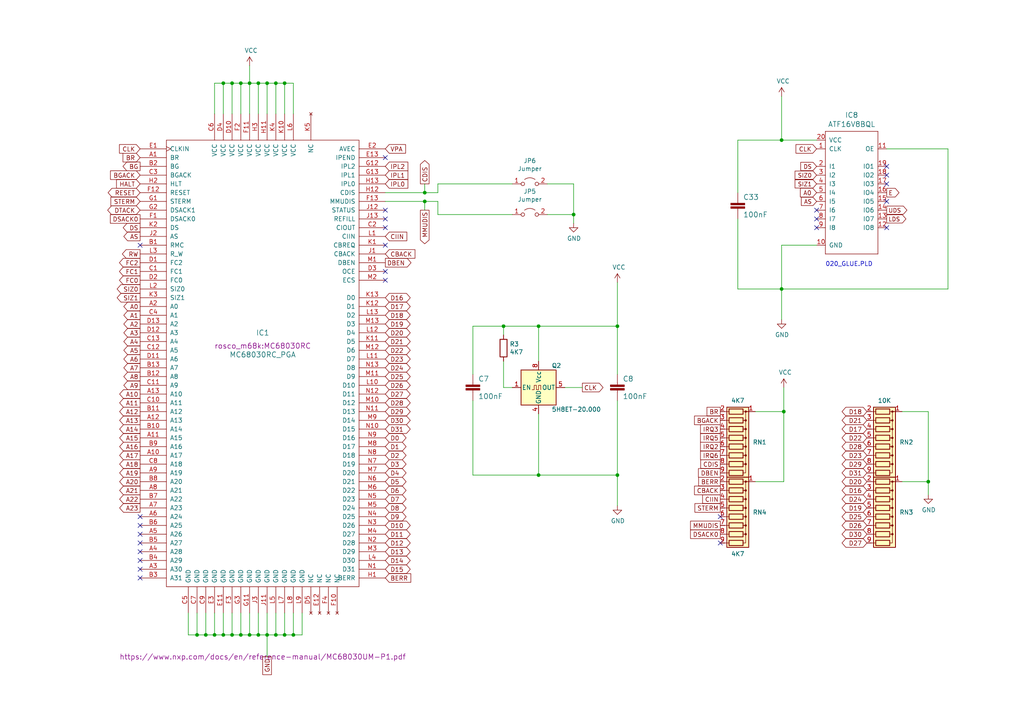
<source format=kicad_sch>
(kicad_sch (version 20230121) (generator eeschema)
  (paper "A4")
  (title_block (title "ROSCO_M68K CLASSIC MC68030 EDITION") (date "2023-12-05") (rev "2.0") (company "The Really Old-School Company Limited") (comment 1 "OSHWA UK000006 (https://certification.oshwa.org/uk000006.html)") (comment 2 "See https://github.com/roscopeco/rosco_m68k/blob/master/LICENCE.hardware.txt") (comment 3 "Open Source Hardware licenced under CERN Open Hardware Licence") (comment 4 "Copyright 2019-2023 Ross Bamford and Contributors"))
  (lib_symbols
    (symbol "Device:R" (pin_numbers hide) (pin_names (offset 0))
      (property "Reference" "R" (at 2.032 0 90))
      (property "Value" "R" (at 0 0 90))
      (symbol "R_0_1"
        (rectangle (start -1.016 -2.54) (end 1.016 2.54) (stroke (width 0.254)))
      )
      (symbol "R_1_1"
        (pin passive line (at 0 3.81 270) (length 1.27) (name "~") (number "1"))
        (pin passive line (at 0 -3.81 90) (length 1.27) (name "~") (number "2"))
      )
    )
    (symbol "Device:R_Network08" (pin_names (offset 0) hide)
      (property "Reference" "RN" (at -12.7 0 90))
      (property "Value" "R_Network08" (at 10.16 0 90))
      (symbol "R_Network08_0_1"
        (rectangle (start -11.43 -3.175) (end 8.89 3.175) (stroke (width 0.254)) (fill (type background)))
        (rectangle (start -10.922 1.524) (end -9.398 -2.54) (stroke (width 0.254)))
        (circle (center -10.16 2.286) (radius 0.254) (fill (type outline)))
        (rectangle (start -8.382 1.524) (end -6.858 -2.54) (stroke (width 0.254)))
        (circle (center -7.62 2.286) (radius 0.254) (fill (type outline)))
        (rectangle (start -5.842 1.524) (end -4.318 -2.54) (stroke (width 0.254)))
        (circle (center -5.08 2.286) (radius 0.254) (fill (type outline)))
        (rectangle (start -3.302 1.524) (end -1.778 -2.54) (stroke (width 0.254)))
        (circle (center -2.54 2.286) (radius 0.254) (fill (type outline)))
        (rectangle (start -0.762 1.524) (end 0.762 -2.54) (stroke (width 0.254)))
        (polyline (pts (xy -10.16 -2.54) (xy -10.16 -3.81)))
        (polyline (pts (xy -7.62 -2.54) (xy -7.62 -3.81)))
        (polyline (pts (xy -5.08 -2.54) (xy -5.08 -3.81)))
        (polyline (pts (xy -2.54 -2.54) (xy -2.54 -3.81)))
        (polyline (pts (xy 0 -2.54) (xy 0 -3.81)))
        (polyline (pts (xy 2.54 -2.54) (xy 2.54 -3.81)))
        (polyline (pts (xy 5.08 -2.54) (xy 5.08 -3.81)))
        (polyline (pts (xy 7.62 -2.54) (xy 7.62 -3.81)))
        (polyline (pts (xy -10.16 1.524) (xy -10.16 2.286) (xy -7.62 2.286) (xy -7.62 1.524)))
        (polyline (pts (xy -7.62 1.524) (xy -7.62 2.286) (xy -5.08 2.286) (xy -5.08 1.524)))
        (polyline (pts (xy -5.08 1.524) (xy -5.08 2.286) (xy -2.54 2.286) (xy -2.54 1.524)))
        (polyline (pts (xy -2.54 1.524) (xy -2.54 2.286) (xy 0 2.286) (xy 0 1.524)))
        (polyline (pts (xy 0 1.524) (xy 0 2.286) (xy 2.54 2.286) (xy 2.54 1.524)))
        (polyline (pts (xy 2.54 1.524) (xy 2.54 2.286) (xy 5.08 2.286) (xy 5.08 1.524)))
        (polyline (pts (xy 5.08 1.524) (xy 5.08 2.286) (xy 7.62 2.286) (xy 7.62 1.524)))
        (circle (center 0 2.286) (radius 0.254) (fill (type outline)))
        (rectangle (start 1.778 1.524) (end 3.302 -2.54) (stroke (width 0.254)))
        (circle (center 2.54 2.286) (radius 0.254) (fill (type outline)))
        (rectangle (start 4.318 1.524) (end 5.842 -2.54) (stroke (width 0.254)))
        (circle (center 5.08 2.286) (radius 0.254) (fill (type outline)))
        (rectangle (start 6.858 1.524) (end 8.382 -2.54) (stroke (width 0.254)))
      )
      (symbol "R_Network08_1_1"
        (pin passive line (at -10.16 5.08 270) (length 2.54) (name "common") (number "1"))
        (pin passive line (at -10.16 -5.08 90) (length 1.27) (name "R1") (number "2"))
        (pin passive line (at -7.62 -5.08 90) (length 1.27) (name "R2") (number "3"))
        (pin passive line (at -5.08 -5.08 90) (length 1.27) (name "R3") (number "4"))
        (pin passive line (at -2.54 -5.08 90) (length 1.27) (name "R4") (number "5"))
        (pin passive line (at 0 -5.08 90) (length 1.27) (name "R5") (number "6"))
        (pin passive line (at 2.54 -5.08 90) (length 1.27) (name "R6") (number "7"))
        (pin passive line (at 5.08 -5.08 90) (length 1.27) (name "R7") (number "8"))
        (pin passive line (at 7.62 -5.08 90) (length 1.27) (name "R8") (number "9"))
      )
    )
    (symbol "Jumper:Jumper_2_Open" (pin_names (offset 0) hide)
      (property "Reference" "JP" (at 0 2.794 0))
      (property "Value" "Jumper_2_Open" (at 0 -2.286 0))
      (symbol "Jumper_2_Open_0_0"
        (circle (center -2.032 0) (radius 0.508))
        (circle (center 2.032 0) (radius 0.508))
      )
      (symbol "Jumper_2_Open_0_1"
        (arc (start 1.524 1.27) (mid 0 1.778) (end -1.524 1.27))
      )
      (symbol "Jumper_2_Open_1_1"
        (pin passive line (at -5.08 0 0) (length 2.54) (name "A") (number "1"))
        (pin passive line (at 5.08 0 180) (length 2.54) (name "B") (number "2"))
      )
    )
    (symbol "Oscillator:CXO_DIP8" (pin_names (offset 0.254))
      (property "Reference" "X" (at -5.08 6.35 0))
      (property "Value" "CXO_DIP8" (at 1.27 -6.35 0))
      (symbol "CXO_DIP8_0_1"
        (rectangle (start -5.08 5.08) (end 5.08 -5.08) (stroke (width 0.254)) (fill (type background)))
        (polyline (pts (xy -1.905 -0.635) (xy -1.27 -0.635) (xy -1.27 0.635) (xy -0.635 0.635) (xy -0.635 -0.635) (xy 0 -0.635) (xy 0 0.635) (xy 0.635 0.635) (xy 0.635 -0.635)))
      )
      (symbol "CXO_DIP8_1_1"
        (pin input line (at -7.62 0 0) (length 2.54) (name "EN") (number "1"))
        (pin power_in line (at 0 -7.62 90) (length 2.54) (name "GND") (number "4"))
        (pin output line (at 7.62 0 180) (length 2.54) (name "OUT") (number "5"))
        (pin power_in line (at 0 7.62 270) (length 2.54) (name "Vcc") (number "8"))
      )
    )
    (symbol "power:GND" (power) (pin_names (offset 0))
      (property "Value" "GND" (at 0 -3.81 0))
      (symbol "GND_0_1"
        (polyline (pts (xy 0 0) (xy 0 -1.27) (xy 1.27 -1.27) (xy 0 -2.54) (xy -1.27 -1.27) (xy 0 -1.27)))
      )
      (symbol "GND_1_1"
        (pin power_in line (at 0 0 270) (length 0) hide (name "GND") (number "1"))
      )
    )
    (symbol "power:VCC" (power) (pin_names (offset 0))
      (property "Value" "VCC" (at 0 3.81 0))
      (symbol "VCC_0_1"
        (polyline (pts (xy -0.762 1.27) (xy 0 2.54)))
        (polyline (pts (xy 0 0) (xy 0 2.54)))
        (polyline (pts (xy 0 2.54) (xy 0.762 1.27)))
      )
      (symbol "VCC_1_1"
        (pin power_in line (at 0 0 90) (length 0) hide (name "VCC") (number "1"))
      )
    )
    (symbol "rosco_m68k-eagle-import:ATF16V8BP3" (pin_names (offset 1.016))
      (property "Reference" "IC" (at -7.62 19.05 0))
      (property "Value" "ATF16V8BP3" (at -7.62 -20.32 0))
      (symbol "ATF16V8BP3_1_0"
        (polyline (pts (xy -7.62 -17.78) (xy -7.62 17.78)))
        (polyline (pts (xy -7.62 17.78) (xy 7.62 17.78)))
        (polyline (pts (xy 7.62 -17.78) (xy -7.62 -17.78)))
        (polyline (pts (xy 7.62 17.78) (xy 7.62 -17.78)))
        (pin input line (at -10.16 12.7 0) (length 2.54) (name "CLK") (number "1"))
        (pin power_in line (at -10.16 -15.24 0) (length 2.54) (name "GND") (number "10"))
        (pin input line (at 10.16 12.7 180) (length 2.54) (name "OE") (number "11"))
        (pin bidirectional line (at 10.16 -10.16 180) (length 2.54) (name "IO8") (number "12"))
        (pin bidirectional line (at 10.16 -7.62 180) (length 2.54) (name "IO7") (number "13"))
        (pin bidirectional line (at 10.16 -5.08 180) (length 2.54) (name "IO6") (number "14"))
        (pin bidirectional line (at 10.16 -2.54 180) (length 2.54) (name "IO5") (number "15"))
        (pin bidirectional line (at 10.16 0 180) (length 2.54) (name "IO4") (number "16"))
        (pin bidirectional line (at 10.16 2.54 180) (length 2.54) (name "IO3") (number "17"))
        (pin bidirectional line (at 10.16 5.08 180) (length 2.54) (name "IO2") (number "18"))
        (pin bidirectional line (at 10.16 7.62 180) (length 2.54) (name "IO1") (number "19"))
        (pin input line (at -10.16 7.62 0) (length 2.54) (name "I1") (number "2"))
        (pin power_in line (at -10.16 15.24 0) (length 2.54) (name "VCC") (number "20"))
        (pin input line (at -10.16 5.08 0) (length 2.54) (name "I2") (number "3"))
        (pin input line (at -10.16 2.54 0) (length 2.54) (name "I3") (number "4"))
        (pin input line (at -10.16 0 0) (length 2.54) (name "I4") (number "5"))
        (pin input line (at -10.16 -2.54 0) (length 2.54) (name "I5") (number "6"))
        (pin input line (at -10.16 -5.08 0) (length 2.54) (name "I6") (number "7"))
        (pin input line (at -10.16 -7.62 0) (length 2.54) (name "I7") (number "8"))
        (pin input line (at -10.16 -10.16 0) (length 2.54) (name "I8") (number "9"))
      )
    )
    (symbol "rosco_m68k-eagle-import:C2,5-3" (pin_names (offset 1.016))
      (property "Reference" "C" (at 1.524 0.381 0))
      (property "Value" "C2,5-3" (at 1.524 -4.699 0))
      (symbol "C2,5-3_1_0"
        (rectangle (start -2.032 -2.032) (end 2.032 -1.524) (fill (type outline)))
        (rectangle (start -2.032 -1.016) (end 2.032 -0.508) (fill (type outline)))
        (polyline (pts (xy 0 -2.54) (xy 0 -2.032)))
        (polyline (pts (xy 0 0) (xy 0 -0.508)))
        (pin passive line (at 0 2.54 270) (length 2.54) (name "1") (number "1"))
        (pin passive line (at 0 -5.08 90) (length 2.54) (name "2") (number "2"))
      )
    )
    (symbol "rosco_m68k:MC68030RC_PGA" (pin_names (offset 1.016))
      (property "Reference" "U" (at 0 0 0))
      (property "Value" "MC68030RC_PGA" (at 0 2.54 0))
      (symbol "MC68030RC_PGA_0_1"
        (rectangle (start -27.94 59.69) (end 27.94 -69.85))
      )
      (symbol "MC68030RC_PGA_1_1"
        (pin input line (at -35.56 54.61 0) (length 7.62) (name "BR") (number "A1"))
        (pin tri_state line (at -35.56 -31.75 0) (length 7.62) (name "A17") (number "A10"))
        (pin tri_state line (at -35.56 -26.67 0) (length 7.62) (name "A15") (number "A11"))
        (pin tri_state line (at -35.56 -21.59 0) (length 7.62) (name "A13") (number "A12"))
        (pin tri_state line (at -35.56 -13.97 0) (length 7.62) (name "A10") (number "A13"))
        (pin tri_state line (at -35.56 11.43 0) (length 7.62) (name "A0") (number "A2"))
        (pin tri_state line (at -35.56 -64.77 0) (length 7.62) (name "A30") (number "A3"))
        (pin tri_state line (at -35.56 -59.69 0) (length 7.62) (name "A28") (number "A4"))
        (pin tri_state line (at -35.56 -54.61 0) (length 7.62) (name "A26") (number "A5"))
        (pin tri_state line (at -35.56 -49.53 0) (length 7.62) (name "A24") (number "A6"))
        (pin tri_state line (at -35.56 -46.99 0) (length 7.62) (name "A23") (number "A7"))
        (pin tri_state line (at -35.56 -41.91 0) (length 7.62) (name "A21") (number "A8"))
        (pin tri_state line (at -35.56 -36.83 0) (length 7.62) (name "A19") (number "A9"))
        (pin output line (at -35.56 29.21 0) (length 7.62) (name "RMC") (number "B1"))
        (pin tri_state line (at -35.56 -24.13 0) (length 7.62) (name "A14") (number "B10"))
        (pin tri_state line (at -35.56 -19.05 0) (length 7.62) (name "A12") (number "B11"))
        (pin tri_state line (at -35.56 -8.89 0) (length 7.62) (name "A8") (number "B12"))
        (pin tri_state line (at -35.56 -6.35 0) (length 7.62) (name "A7") (number "B13"))
        (pin output line (at -35.56 52.07 0) (length 7.62) (name "BG") (number "B2"))
        (pin tri_state line (at -35.56 -67.31 0) (length 7.62) (name "A31") (number "B3"))
        (pin tri_state line (at -35.56 -62.23 0) (length 7.62) (name "A29") (number "B4"))
        (pin tri_state line (at -35.56 -57.15 0) (length 7.62) (name "A27") (number "B5"))
        (pin tri_state line (at -35.56 -52.07 0) (length 7.62) (name "A25") (number "B6"))
        (pin tri_state line (at -35.56 -44.45 0) (length 7.62) (name "A22") (number "B7"))
        (pin tri_state line (at -35.56 -39.37 0) (length 7.62) (name "A20") (number "B8"))
        (pin tri_state line (at -35.56 -29.21 0) (length 7.62) (name "A16") (number "B9"))
        (pin output line (at -35.56 21.59 0) (length 7.62) (name "FC1") (number "C1"))
        (pin tri_state line (at -35.56 -16.51 0) (length 7.62) (name "A11") (number "C10"))
        (pin tri_state line (at -35.56 -11.43 0) (length 7.62) (name "A9") (number "C11"))
        (pin tri_state line (at -35.56 -1.27 0) (length 7.62) (name "A5") (number "C12"))
        (pin tri_state line (at -35.56 1.27 0) (length 7.62) (name "A4") (number "C13"))
        (pin output line (at 35.56 34.29 180) (length 7.62) (name "CIOUT") (number "C2"))
        (pin output line (at -35.56 49.53 0) (length 7.62) (name "BGACK") (number "C3"))
        (pin tri_state line (at -35.56 8.89 0) (length 7.62) (name "A1") (number "C4"))
        (pin passive line (at -21.59 -77.47 90) (length 7.62) (name "GND") (number "C5"))
        (pin power_in line (at -13.97 67.31 270) (length 7.62) (name "VCC") (number "C6"))
        (pin passive line (at -19.05 -77.47 90) (length 7.62) (name "GND") (number "C7"))
        (pin tri_state line (at -35.56 -34.29 0) (length 7.62) (name "A18") (number "C8"))
        (pin passive line (at -16.51 -77.47 90) (length 7.62) (name "GND") (number "C9"))
        (pin output line (at -35.56 24.13 0) (length 7.62) (name "FC2") (number "D1"))
        (pin power_in line (at -8.89 67.31 270) (length 7.62) (name "VCC") (number "D10"))
        (pin tri_state line (at -35.56 -3.81 0) (length 7.62) (name "A6") (number "D11"))
        (pin tri_state line (at -35.56 3.81 0) (length 7.62) (name "A3") (number "D12"))
        (pin tri_state line (at -35.56 6.35 0) (length 7.62) (name "A2") (number "D13"))
        (pin output line (at -35.56 19.05 0) (length 7.62) (name "FC0") (number "D2"))
        (pin input line (at 35.56 21.59 180) (length 7.62) (name "OCE") (number "D3"))
        (pin power_in line (at -11.43 67.31 270) (length 7.62) (name "VCC") (number "D4"))
        (pin no_connect line (at 13.97 -77.47 90) (length 7.62) (name "NC") (number "D5"))
        (pin input clock (at -35.56 57.15 0) (length 7.62) (name "CLKIN") (number "E1"))
        (pin passive line (at -11.43 -77.47 90) (length 7.62) (name "GND") (number "E11"))
        (pin no_connect line (at 16.51 -77.47 90) (length 7.62) (name "NC") (number "E12"))
        (pin output line (at 35.56 54.61 180) (length 7.62) (name "IPEND") (number "E13"))
        (pin input line (at 35.56 57.15 180) (length 7.62) (name "AVEC") (number "E2"))
        (pin passive line (at -13.97 -77.47 90) (length 7.62) (name "GND") (number "E3"))
        (pin input line (at -35.56 36.83 0) (length 7.62) (name "DSACK0") (number "F1"))
        (pin no_connect line (at 21.59 -77.47 90) (length 7.62) (name "NC") (number "F10"))
        (pin power_in line (at -3.81 67.31 270) (length 7.62) (name "VCC") (number "F11"))
        (pin input line (at -35.56 44.45 0) (length 7.62) (name "RESET") (number "F12"))
        (pin input line (at 35.56 41.91 180) (length 7.62) (name "MMUDIS") (number "F13"))
        (pin power_in line (at -6.35 67.31 270) (length 7.62) (name "VCC") (number "F2"))
        (pin passive line (at -8.89 -77.47 90) (length 7.62) (name "GND") (number "F3"))
        (pin no_connect line (at 19.05 -77.47 90) (length 7.62) (name "NC") (number "F4"))
        (pin input line (at -35.56 41.91 0) (length 7.62) (name "STERM") (number "G1"))
        (pin passive line (at -3.81 -77.47 90) (length 7.62) (name "GND") (number "G11"))
        (pin input line (at 35.56 52.07 180) (length 7.62) (name "IPL2") (number "G12"))
        (pin input line (at 35.56 49.53 180) (length 7.62) (name "IPL1") (number "G13"))
        (pin input line (at -35.56 39.37 0) (length 7.62) (name "DSACK1") (number "G2"))
        (pin passive line (at -6.35 -77.47 90) (length 7.62) (name "GND") (number "G3"))
        (pin input line (at 35.56 -67.31 180) (length 7.62) (name "BERR") (number "H1"))
        (pin power_in line (at 1.27 67.31 270) (length 7.62) (name "VCC") (number "H11"))
        (pin input line (at 35.56 44.45 180) (length 7.62) (name "CDIS") (number "H12"))
        (pin input line (at 35.56 46.99 180) (length 7.62) (name "IPL0") (number "H13"))
        (pin bidirectional line (at -35.56 46.99 0) (length 7.62) (name "HLT") (number "H2"))
        (pin power_in line (at -1.27 67.31 270) (length 7.62) (name "VCC") (number "H3"))
        (pin input line (at 35.56 26.67 180) (length 7.62) (name "CBACK") (number "J1"))
        (pin passive line (at 1.27 -77.47 90) (length 7.62) (name "GND") (number "J11"))
        (pin input line (at 35.56 39.37 180) (length 7.62) (name "STATUS") (number "J12"))
        (pin input line (at 35.56 36.83 180) (length 7.62) (name "REFILL") (number "J13"))
        (pin output line (at -35.56 31.75 0) (length 7.62) (name "AS") (number "J2"))
        (pin passive line (at -1.27 -77.47 90) (length 7.62) (name "GND") (number "J3"))
        (pin input line (at 35.56 29.21 180) (length 7.62) (name "CBREQ") (number "K1"))
        (pin power_in line (at 6.35 67.31 270) (length 7.62) (name "VCC") (number "K10"))
        (pin input line (at 35.56 1.27 180) (length 7.62) (name "D5") (number "K11"))
        (pin input line (at 35.56 11.43 180) (length 7.62) (name "D1") (number "K12"))
        (pin input line (at 35.56 13.97 180) (length 7.62) (name "D0") (number "K13"))
        (pin output line (at -35.56 34.29 0) (length 7.62) (name "DS") (number "K2"))
        (pin output line (at -35.56 13.97 0) (length 7.62) (name "SIZ1") (number "K3"))
        (pin power_in line (at 3.81 67.31 270) (length 7.62) (name "VCC") (number "K4"))
        (pin no_connect line (at 13.97 67.31 270) (length 7.62) (name "NC") (number "K5"))
        (pin input line (at 35.56 31.75 180) (length 7.62) (name "CIIN") (number "L1"))
        (pin input line (at 35.56 -11.43 180) (length 7.62) (name "D10") (number "L10"))
        (pin input line (at 35.56 -3.81 180) (length 7.62) (name "D7") (number "L11"))
        (pin input line (at 35.56 3.81 180) (length 7.62) (name "D4") (number "L12"))
        (pin input line (at 35.56 8.89 180) (length 7.62) (name "D2") (number "L13"))
        (pin output line (at -35.56 16.51 0) (length 7.62) (name "SIZ0") (number "L2"))
        (pin output line (at -35.56 26.67 0) (length 7.62) (name "R_W") (number "L3"))
        (pin input line (at 35.56 -62.23 180) (length 7.62) (name "D30") (number "L4"))
        (pin passive line (at 3.81 -77.47 90) (length 7.62) (name "GND") (number "L5"))
        (pin power_in line (at 8.89 67.31 270) (length 7.62) (name "VCC") (number "L6"))
        (pin passive line (at 6.35 -77.47 90) (length 7.62) (name "GND") (number "L7"))
        (pin passive line (at 8.89 -77.47 90) (length 7.62) (name "GND") (number "L8"))
        (pin passive line (at 11.43 -77.47 90) (length 7.62) (name "GND") (number "L9"))
        (pin input line (at 35.56 24.13 180) (length 7.62) (name "DBEN") (number "M1"))
        (pin input line (at 35.56 -16.51 180) (length 7.62) (name "D12") (number "M10"))
        (pin input line (at 35.56 -8.89 180) (length 7.62) (name "D9") (number "M11"))
        (pin input line (at 35.56 -1.27 180) (length 7.62) (name "D6") (number "M12"))
        (pin input line (at 35.56 6.35 180) (length 7.62) (name "D3") (number "M13"))
        (pin input line (at 35.56 19.05 180) (length 7.62) (name "ECS") (number "M2"))
        (pin input line (at 35.56 -59.69 180) (length 7.62) (name "D29") (number "M3"))
        (pin bidirectional line (at 35.56 -54.61 180) (length 7.62) (name "D27") (number "M4"))
        (pin input line (at 35.56 -46.99 180) (length 7.62) (name "D24") (number "M5"))
        (pin input line (at 35.56 -41.91 180) (length 7.62) (name "D22") (number "M6"))
        (pin input line (at 35.56 -36.83 180) (length 7.62) (name "D20") (number "M7"))
        (pin input line (at 35.56 -29.21 180) (length 7.62) (name "D17") (number "M8"))
        (pin input line (at 35.56 -21.59 180) (length 7.62) (name "D14") (number "M9"))
        (pin input line (at 35.56 -64.77 180) (length 7.62) (name "D31") (number "N1"))
        (pin input line (at 35.56 -24.13 180) (length 7.62) (name "D15") (number "N10"))
        (pin input line (at 35.56 -19.05 180) (length 7.62) (name "D13") (number "N11"))
        (pin input line (at 35.56 -13.97 180) (length 7.62) (name "D11") (number "N12"))
        (pin input line (at 35.56 -6.35 180) (length 7.62) (name "D8") (number "N13"))
        (pin input line (at 35.56 -57.15 180) (length 7.62) (name "D28") (number "N2"))
        (pin bidirectional line (at 35.56 -52.07 180) (length 7.62) (name "D26") (number "N3"))
        (pin input line (at 35.56 -49.53 180) (length 7.62) (name "D25") (number "N4"))
        (pin input line (at 35.56 -44.45 180) (length 7.62) (name "D23") (number "N5"))
        (pin input line (at 35.56 -39.37 180) (length 7.62) (name "D21") (number "N6"))
        (pin input line (at 35.56 -34.29 180) (length 7.62) (name "D19") (number "N7"))
        (pin input line (at 35.56 -31.75 180) (length 7.62) (name "D18") (number "N8"))
        (pin input line (at 35.56 -26.67 180) (length 7.62) (name "D16") (number "N9"))
      )
    )
  )
  (junction (at 57.15 184.15))
  (junction (at 82.55 184.15))
  (junction (at 123.19 58.42))
  (junction (at 59.69 184.15))
  (junction (at 64.77 184.15))
  (junction (at 269.24 139.7))
  (junction (at 156.21 94.615))
  (junction (at 226.695 83.82))
  (junction (at 166.37 62.23))
  (junction (at 62.23 184.15))
  (junction (at 67.31 184.15))
  (junction (at 123.19 55.88))
  (junction (at 227.33 119.38))
  (junction (at 80.01 184.15))
  (junction (at 77.47 24.13))
  (junction (at 72.39 24.13))
  (junction (at 74.93 24.13))
  (junction (at 67.31 24.13))
  (junction (at 146.05 94.615))
  (junction (at 69.85 24.13))
  (junction (at 64.77 24.13))
  (junction (at 226.695 40.64))
  (junction (at 179.07 137.795))
  (junction (at 80.01 24.13))
  (junction (at 72.39 184.15))
  (junction (at 85.09 184.15))
  (junction (at 77.47 184.15))
  (junction (at 156.21 137.795))
  (junction (at 74.93 184.15))
  (junction (at 82.55 24.13))
  (junction (at 69.85 184.15))
  (junction (at 179.07 94.615))
  (no_connect (at 236.855 63.5))
  (no_connect (at 257.175 66.04))
  (no_connect (at 40.64 71.12))
  (no_connect (at 111.76 66.04))
  (no_connect (at 111.76 71.12))
  (no_connect (at 111.76 60.96))
  (no_connect (at 111.76 63.5))
  (no_connect (at 111.76 45.72))
  (no_connect (at 257.175 50.8))
  (no_connect (at 208.915 157.48))
  (no_connect (at 111.76 78.74))
  (no_connect (at 111.76 81.28))
  (no_connect (at 40.64 149.86))
  (no_connect (at 236.855 60.96))
  (no_connect (at 208.915 149.86))
  (no_connect (at 257.175 58.42))
  (no_connect (at 257.175 48.26))
  (no_connect (at 236.855 66.04))
  (no_connect (at 257.175 53.34))
  (no_connect (at 40.64 167.64))
  (no_connect (at 40.64 162.56))
  (no_connect (at 40.64 165.1))
  (no_connect (at 40.64 152.4))
  (no_connect (at 40.64 154.94))
  (no_connect (at 40.64 157.48))
  (no_connect (at 40.64 160.02))
  (wire (pts (xy 213.995 63.5) (xy 213.995 83.82)))
  (wire (pts (xy 219.075 119.38) (xy 227.33 119.38)))
  (wire (pts (xy 163.83 112.395) (xy 168.91 112.395)))
  (wire (pts (xy 123.19 58.42) (xy 127 58.42)))
  (wire (pts (xy 111.76 55.88) (xy 123.19 55.88)))
  (wire (pts (xy 77.47 24.13) (xy 80.01 24.13)))
  (wire (pts (xy 72.39 24.13) (xy 74.93 24.13)))
  (wire (pts (xy 166.37 62.23) (xy 166.37 53.34)))
  (wire (pts (xy 146.05 94.615) (xy 156.21 94.615)))
  (wire (pts (xy 72.39 177.8) (xy 72.39 184.15)))
  (wire (pts (xy 269.24 139.7) (xy 269.24 143.51)))
  (wire (pts (xy 77.47 184.15) (xy 77.47 190.5)))
  (wire (pts (xy 62.23 24.13) (xy 64.77 24.13)))
  (wire (pts (xy 64.77 177.8) (xy 64.77 184.15)))
  (wire (pts (xy 261.62 119.38) (xy 269.24 119.38)))
  (wire (pts (xy 137.16 94.615) (xy 146.05 94.615)))
  (wire (pts (xy 74.93 24.13) (xy 74.93 33.02)))
  (wire (pts (xy 59.69 177.8) (xy 59.69 184.15)))
  (wire (pts (xy 179.07 81.915) (xy 179.07 94.615)))
  (wire (pts (xy 127 53.34) (xy 148.59 53.34)))
  (wire (pts (xy 54.61 184.15) (xy 57.15 184.15)))
  (wire (pts (xy 226.695 40.64) (xy 236.855 40.64)))
  (wire (pts (xy 87.63 184.15) (xy 87.63 177.8)))
  (wire (pts (xy 213.995 83.82) (xy 226.695 83.82)))
  (wire (pts (xy 77.47 184.15) (xy 80.01 184.15)))
  (wire (pts (xy 82.55 177.8) (xy 82.55 184.15)))
  (wire (pts (xy 64.77 184.15) (xy 67.31 184.15)))
  (wire (pts (xy 54.61 177.8) (xy 54.61 184.15)))
  (wire (pts (xy 72.39 24.13) (xy 72.39 33.02)))
  (wire (pts (xy 111.76 58.42) (xy 123.19 58.42)))
  (wire (pts (xy 64.77 33.02) (xy 64.77 24.13)))
  (wire (pts (xy 69.85 33.02) (xy 69.85 24.13)))
  (wire (pts (xy 77.47 24.13) (xy 77.47 33.02)))
  (wire (pts (xy 82.55 24.13) (xy 82.55 33.02)))
  (wire (pts (xy 57.15 184.15) (xy 59.69 184.15)))
  (wire (pts (xy 226.695 71.12) (xy 226.695 83.82)))
  (wire (pts (xy 213.995 40.64) (xy 213.995 55.88)))
  (wire (pts (xy 80.01 177.8) (xy 80.01 184.15)))
  (wire (pts (xy 123.19 55.88) (xy 123.19 53.34)))
  (wire (pts (xy 236.855 71.12) (xy 226.695 71.12)))
  (wire (pts (xy 227.33 119.38) (xy 227.33 139.7)))
  (wire (pts (xy 146.05 112.395) (xy 148.59 112.395)))
  (wire (pts (xy 67.31 177.8) (xy 67.31 184.15)))
  (wire (pts (xy 179.07 108.585) (xy 179.07 94.615)))
  (wire (pts (xy 127 53.34) (xy 127 55.88)))
  (wire (pts (xy 261.62 139.7) (xy 269.24 139.7)))
  (wire (pts (xy 156.21 120.015) (xy 156.21 137.795)))
  (wire (pts (xy 67.31 184.15) (xy 69.85 184.15)))
  (wire (pts (xy 127 58.42) (xy 127 62.23)))
  (wire (pts (xy 62.23 177.8) (xy 62.23 184.15)))
  (wire (pts (xy 69.85 24.13) (xy 72.39 24.13)))
  (wire (pts (xy 85.09 177.8) (xy 85.09 184.15)))
  (wire (pts (xy 72.39 184.15) (xy 74.93 184.15)))
  (wire (pts (xy 156.21 137.795) (xy 137.16 137.795)))
  (wire (pts (xy 62.23 33.02) (xy 62.23 24.13)))
  (wire (pts (xy 69.85 184.15) (xy 72.39 184.15)))
  (wire (pts (xy 227.33 139.7) (xy 219.075 139.7)))
  (wire (pts (xy 85.09 184.15) (xy 87.63 184.15)))
  (wire (pts (xy 85.09 33.02) (xy 85.09 24.13)))
  (wire (pts (xy 137.16 116.205) (xy 137.16 137.795)))
  (wire (pts (xy 158.75 53.34) (xy 166.37 53.34)))
  (wire (pts (xy 156.21 94.615) (xy 179.07 94.615)))
  (wire (pts (xy 158.75 62.23) (xy 166.37 62.23)))
  (wire (pts (xy 85.09 24.13) (xy 82.55 24.13)))
  (wire (pts (xy 123.19 55.88) (xy 127 55.88)))
  (wire (pts (xy 179.07 137.795) (xy 179.07 146.685)))
  (wire (pts (xy 77.47 177.8) (xy 77.47 184.15)))
  (wire (pts (xy 137.16 108.585) (xy 137.16 94.615)))
  (wire (pts (xy 257.175 43.18) (xy 274.955 43.18)))
  (wire (pts (xy 69.85 177.8) (xy 69.85 184.15)))
  (wire (pts (xy 166.37 62.23) (xy 166.37 64.77)))
  (wire (pts (xy 67.31 33.02) (xy 67.31 24.13)))
  (wire (pts (xy 156.21 94.615) (xy 156.21 104.775)))
  (wire (pts (xy 62.23 184.15) (xy 64.77 184.15)))
  (wire (pts (xy 226.695 83.82) (xy 226.695 92.71)))
  (wire (pts (xy 179.07 116.205) (xy 179.07 137.795)))
  (wire (pts (xy 80.01 184.15) (xy 82.55 184.15)))
  (wire (pts (xy 80.01 24.13) (xy 80.01 33.02)))
  (wire (pts (xy 146.05 97.155) (xy 146.05 94.615)))
  (wire (pts (xy 72.39 19.05) (xy 72.39 24.13)))
  (wire (pts (xy 82.55 184.15) (xy 85.09 184.15)))
  (wire (pts (xy 74.93 184.15) (xy 77.47 184.15)))
  (wire (pts (xy 226.695 40.64) (xy 213.995 40.64)))
  (wire (pts (xy 274.955 43.18) (xy 274.955 83.82)))
  (wire (pts (xy 67.31 24.13) (xy 69.85 24.13)))
  (wire (pts (xy 179.07 137.795) (xy 156.21 137.795)))
  (wire (pts (xy 80.01 24.13) (xy 82.55 24.13)))
  (wire (pts (xy 226.695 27.94) (xy 226.695 40.64)))
  (wire (pts (xy 64.77 24.13) (xy 67.31 24.13)))
  (wire (pts (xy 146.05 104.775) (xy 146.05 112.395)))
  (wire (pts (xy 74.93 24.13) (xy 77.47 24.13)))
  (wire (pts (xy 127 62.23) (xy 148.59 62.23)))
  (wire (pts (xy 226.695 83.82) (xy 274.955 83.82)))
  (wire (pts (xy 57.15 177.8) (xy 57.15 184.15)))
  (wire (pts (xy 74.93 177.8) (xy 74.93 184.15)))
  (wire (pts (xy 123.19 58.42) (xy 123.19 60.96)))
  (wire (pts (xy 59.69 184.15) (xy 62.23 184.15)))
  (wire (pts (xy 227.33 112.395) (xy 227.33 119.38)))
  (wire (pts (xy 269.24 119.38) (xy 269.24 139.7)))
  (text "020_GLUE.PLD" (at 239.395 77.47 0) (effects (font (size 1.27 1.27)) (justify left bottom)))
  (global_label "D31" (shape bidirectional) (at 251.46 137.16 180) (property "Intersheetrefs" "${INTERSHEET_REFS}" (effects hide)))
  (global_label "A18" (shape output) (at 40.64 134.62 180) (property "Intersheetrefs" "${INTERSHEET_REFS}" (effects hide)))
  (global_label "UDS" (shape output) (at 257.175 60.96 0) (effects (font (size 1.1938 1.1938))) (property "Intersheetrefs" "${INTERSHEET_REFS}" (effects hide)))
  (global_label "D26" (shape bidirectional) (at 111.76 111.76 0) (property "Intersheetrefs" "${INTERSHEET_REFS}" (effects hide)))
  (global_label "D6" (shape bidirectional) (at 111.76 142.24 0) (property "Intersheetrefs" "${INTERSHEET_REFS}" (effects hide)))
  (global_label "D27" (shape bidirectional) (at 251.46 157.48 180) (property "Intersheetrefs" "${INTERSHEET_REFS}" (effects hide)))
  (global_label "A4" (shape output) (at 40.64 99.06 180) (property "Intersheetrefs" "${INTERSHEET_REFS}" (effects hide)))
  (global_label "BGACK" (shape input) (at 40.64 50.8 180) (property "Intersheetrefs" "${INTERSHEET_REFS}" (effects hide)))
  (global_label "D30" (shape bidirectional) (at 251.46 154.94 180) (property "Intersheetrefs" "${INTERSHEET_REFS}" (effects hide)))
  (global_label "D21" (shape bidirectional) (at 111.76 99.06 0) (property "Intersheetrefs" "${INTERSHEET_REFS}" (effects hide)))
  (global_label "D4" (shape bidirectional) (at 111.76 137.16 0) (property "Intersheetrefs" "${INTERSHEET_REFS}" (effects hide)))
  (global_label "A20" (shape output) (at 40.64 139.7 180) (property "Intersheetrefs" "${INTERSHEET_REFS}" (effects hide)))
  (global_label "A13" (shape output) (at 40.64 121.92 180) (property "Intersheetrefs" "${INTERSHEET_REFS}" (effects hide)))
  (global_label "A12" (shape output) (at 40.64 119.38 180) (property "Intersheetrefs" "${INTERSHEET_REFS}" (effects hide)))
  (global_label "D17" (shape bidirectional) (at 111.76 88.9 0) (property "Intersheetrefs" "${INTERSHEET_REFS}" (effects hide)))
  (global_label "DTACK" (shape bidirectional) (at 40.64 60.96 180) (property "Intersheetrefs" "${INTERSHEET_REFS}" (effects hide)))
  (global_label "IPL2" (shape input) (at 111.76 48.26 0) (property "Intersheetrefs" "${INTERSHEET_REFS}" (effects hide)))
  (global_label "D17" (shape bidirectional) (at 251.46 124.46 180) (property "Intersheetrefs" "${INTERSHEET_REFS}" (effects hide)))
  (global_label "DSACK0" (shape passive) (at 208.915 154.94 180) (property "Intersheetrefs" "${INTERSHEET_REFS}" (effects hide)))
  (global_label "DBEN" (shape passive) (at 208.915 137.16 180) (property "Intersheetrefs" "${INTERSHEET_REFS}" (effects hide)))
  (global_label "D5" (shape bidirectional) (at 111.76 139.7 0) (property "Intersheetrefs" "${INTERSHEET_REFS}" (effects hide)))
  (global_label "D24" (shape bidirectional) (at 251.46 144.78 180) (property "Intersheetrefs" "${INTERSHEET_REFS}" (effects hide)))
  (global_label "D15" (shape bidirectional) (at 111.76 165.1 0) (property "Intersheetrefs" "${INTERSHEET_REFS}" (effects hide)))
  (global_label "D10" (shape bidirectional) (at 111.76 152.4 0) (property "Intersheetrefs" "${INTERSHEET_REFS}" (effects hide)))
  (global_label "RESET" (shape bidirectional) (at 40.64 55.88 180) (property "Intersheetrefs" "${INTERSHEET_REFS}" (effects hide)))
  (global_label "FC1" (shape output) (at 40.64 78.74 180) (property "Intersheetrefs" "${INTERSHEET_REFS}" (effects hide)))
  (global_label "DSACK0" (shape passive) (at 40.64 63.5 180) (property "Intersheetrefs" "${INTERSHEET_REFS}" (effects hide)))
  (global_label "A10" (shape output) (at 40.64 114.3 180) (property "Intersheetrefs" "${INTERSHEET_REFS}" (effects hide)))
  (global_label "D16" (shape bidirectional) (at 111.76 86.36 0) (property "Intersheetrefs" "${INTERSHEET_REFS}" (effects hide)))
  (global_label "A15" (shape output) (at 40.64 127 180) (property "Intersheetrefs" "${INTERSHEET_REFS}" (effects hide)))
  (global_label "D11" (shape bidirectional) (at 111.76 154.94 0) (property "Intersheetrefs" "${INTERSHEET_REFS}" (effects hide)))
  (global_label "A17" (shape output) (at 40.64 132.08 180) (property "Intersheetrefs" "${INTERSHEET_REFS}" (effects hide)))
  (global_label "CDIS" (shape output) (at 123.19 53.34 90) (property "Intersheetrefs" "${INTERSHEET_REFS}" (effects hide)))
  (global_label "CLK" (shape input) (at 40.64 43.18 180) (property "Intersheetrefs" "${INTERSHEET_REFS}" (effects hide)))
  (global_label "STERM" (shape input) (at 40.64 58.42 180) (property "Intersheetrefs" "${INTERSHEET_REFS}" (effects hide)))
  (global_label "CLK" (shape output) (at 168.91 112.395 0) (property "Intersheetrefs" "${INTERSHEET_REFS}" (effects hide)))
  (global_label "A3" (shape output) (at 40.64 96.52 180) (property "Intersheetrefs" "${INTERSHEET_REFS}" (effects hide)))
  (global_label "D25" (shape bidirectional) (at 251.46 149.86 180) (property "Intersheetrefs" "${INTERSHEET_REFS}" (effects hide)))
  (global_label "IRQ3" (shape passive) (at 208.915 124.46 180) (property "Intersheetrefs" "${INTERSHEET_REFS}" (effects hide)))
  (global_label "D12" (shape bidirectional) (at 111.76 157.48 0) (property "Intersheetrefs" "${INTERSHEET_REFS}" (effects hide)))
  (global_label "D22" (shape bidirectional) (at 251.46 127 180) (property "Intersheetrefs" "${INTERSHEET_REFS}" (effects hide)))
  (global_label "RW" (shape output) (at 40.64 73.66 180) (property "Intersheetrefs" "${INTERSHEET_REFS}" (effects hide)))
  (global_label "D31" (shape bidirectional) (at 111.76 124.46 0) (property "Intersheetrefs" "${INTERSHEET_REFS}" (effects hide)))
  (global_label "CIIN" (shape passive) (at 208.915 144.78 180) (property "Intersheetrefs" "${INTERSHEET_REFS}" (effects hide)))
  (global_label "E" (shape output) (at 257.175 55.88 0) (property "Intersheetrefs" "${INTERSHEET_REFS}" (effects hide)))
  (global_label "D24" (shape bidirectional) (at 111.76 106.68 0) (property "Intersheetrefs" "${INTERSHEET_REFS}" (effects hide)))
  (global_label "CLK" (shape input) (at 236.855 43.18 180) (property "Intersheetrefs" "${INTERSHEET_REFS}" (effects hide)))
  (global_label "A1" (shape output) (at 40.64 91.44 180) (property "Intersheetrefs" "${INTERSHEET_REFS}" (effects hide)))
  (global_label "A23" (shape output) (at 40.64 147.32 180) (property "Intersheetrefs" "${INTERSHEET_REFS}" (effects hide)))
  (global_label "A6" (shape output) (at 40.64 104.14 180) (property "Intersheetrefs" "${INTERSHEET_REFS}" (effects hide)))
  (global_label "CDIS" (shape passive) (at 208.915 134.62 180) (property "Intersheetrefs" "${INTERSHEET_REFS}" (effects hide)))
  (global_label "D28" (shape bidirectional) (at 111.76 116.84 0) (property "Intersheetrefs" "${INTERSHEET_REFS}" (effects hide)))
  (global_label "DS" (shape input) (at 236.855 48.26 180) (effects (font (size 1.1938 1.1938))) (property "Intersheetrefs" "${INTERSHEET_REFS}" (effects hide)))
  (global_label "A9" (shape output) (at 40.64 111.76 180) (property "Intersheetrefs" "${INTERSHEET_REFS}" (effects hide)))
  (global_label "BERR" (shape passive) (at 208.915 139.7 180) (property "Intersheetrefs" "${INTERSHEET_REFS}" (effects hide)))
  (global_label "A22" (shape output) (at 40.64 144.78 180) (property "Intersheetrefs" "${INTERSHEET_REFS}" (effects hide)))
  (global_label "A7" (shape output) (at 40.64 106.68 180) (property "Intersheetrefs" "${INTERSHEET_REFS}" (effects hide)))
  (global_label "MMUDIS" (shape output) (at 123.19 60.96 270) (property "Intersheetrefs" "${INTERSHEET_REFS}" (effects hide)))
  (global_label "A21" (shape output) (at 40.64 142.24 180) (property "Intersheetrefs" "${INTERSHEET_REFS}" (effects hide)))
  (global_label "VPA" (shape input) (at 111.76 43.18 0) (property "Intersheetrefs" "${INTERSHEET_REFS}" (effects hide)))
  (global_label "D19" (shape bidirectional) (at 251.46 147.32 180) (property "Intersheetrefs" "${INTERSHEET_REFS}" (effects hide)))
  (global_label "D14" (shape bidirectional) (at 111.76 162.56 0) (property "Intersheetrefs" "${INTERSHEET_REFS}" (effects hide)))
  (global_label "SIZ0" (shape output) (at 40.64 83.82 180) (property "Intersheetrefs" "${INTERSHEET_REFS}" (effects hide)))
  (global_label "CBACK" (shape passive) (at 208.915 142.24 180) (property "Intersheetrefs" "${INTERSHEET_REFS}" (effects hide)))
  (global_label "IPL1" (shape input) (at 111.76 50.8 0) (property "Intersheetrefs" "${INTERSHEET_REFS}" (effects hide)))
  (global_label "D23" (shape bidirectional) (at 251.46 132.08 180) (property "Intersheetrefs" "${INTERSHEET_REFS}" (effects hide)))
  (global_label "D22" (shape bidirectional) (at 111.76 101.6 0) (property "Intersheetrefs" "${INTERSHEET_REFS}" (effects hide)))
  (global_label "D0" (shape bidirectional) (at 111.76 127 0) (property "Intersheetrefs" "${INTERSHEET_REFS}" (effects hide)))
  (global_label "BERR" (shape input) (at 111.76 167.64 0) (property "Intersheetrefs" "${INTERSHEET_REFS}" (effects hide)))
  (global_label "D18" (shape bidirectional) (at 251.46 119.38 180) (property "Intersheetrefs" "${INTERSHEET_REFS}" (effects hide)))
  (global_label "D9" (shape bidirectional) (at 111.76 149.86 0) (property "Intersheetrefs" "${INTERSHEET_REFS}" (effects hide)))
  (global_label "D29" (shape bidirectional) (at 251.46 134.62 180) (property "Intersheetrefs" "${INTERSHEET_REFS}" (effects hide)))
  (global_label "CBACK" (shape input) (at 111.76 73.66 0) (property "Intersheetrefs" "${INTERSHEET_REFS}" (effects hide)))
  (global_label "BGACK" (shape passive) (at 208.915 121.92 180) (property "Intersheetrefs" "${INTERSHEET_REFS}" (effects hide)))
  (global_label "D25" (shape bidirectional) (at 111.76 109.22 0) (property "Intersheetrefs" "${INTERSHEET_REFS}" (effects hide)))
  (global_label "D3" (shape bidirectional) (at 111.76 134.62 0) (property "Intersheetrefs" "${INTERSHEET_REFS}" (effects hide)))
  (global_label "SIZ0" (shape input) (at 236.855 50.8 180) (effects (font (size 1.1938 1.1938))) (property "Intersheetrefs" "${INTERSHEET_REFS}" (effects hide)))
  (global_label "IRQ2" (shape passive) (at 208.915 129.54 180) (property "Intersheetrefs" "${INTERSHEET_REFS}" (effects hide)))
  (global_label "IRQ6" (shape passive) (at 208.915 132.08 180) (property "Intersheetrefs" "${INTERSHEET_REFS}" (effects hide)))
  (global_label "A2" (shape output) (at 40.64 93.98 180) (property "Intersheetrefs" "${INTERSHEET_REFS}" (effects hide)))
  (global_label "MMUDIS" (shape passive) (at 208.915 152.4 180) (property "Intersheetrefs" "${INTERSHEET_REFS}" (effects hide)))
  (global_label "D20" (shape bidirectional) (at 251.46 139.7 180) (property "Intersheetrefs" "${INTERSHEET_REFS}" (effects hide)))
  (global_label "D27" (shape bidirectional) (at 111.76 114.3 0) (property "Intersheetrefs" "${INTERSHEET_REFS}" (effects hide)))
  (global_label "D19" (shape bidirectional) (at 111.76 93.98 0) (property "Intersheetrefs" "${INTERSHEET_REFS}" (effects hide)))
  (global_label "A16" (shape output) (at 40.64 129.54 180) (property "Intersheetrefs" "${INTERSHEET_REFS}" (effects hide)))
  (global_label "FC0" (shape output) (at 40.64 81.28 180) (property "Intersheetrefs" "${INTERSHEET_REFS}" (effects hide)))
  (global_label "D1" (shape bidirectional) (at 111.76 129.54 0) (property "Intersheetrefs" "${INTERSHEET_REFS}" (effects hide)))
  (global_label "AS" (shape input) (at 236.855 58.42 180) (effects (font (size 1.1938 1.1938))) (property "Intersheetrefs" "${INTERSHEET_REFS}" (effects hide)))
  (global_label "A5" (shape output) (at 40.64 101.6 180) (property "Intersheetrefs" "${INTERSHEET_REFS}" (effects hide)))
  (global_label "D8" (shape bidirectional) (at 111.76 147.32 0) (property "Intersheetrefs" "${INTERSHEET_REFS}" (effects hide)))
  (global_label "D29" (shape bidirectional) (at 111.76 119.38 0) (property "Intersheetrefs" "${INTERSHEET_REFS}" (effects hide)))
  (global_label "STERM" (shape passive) (at 208.915 147.32 180) (property "Intersheetrefs" "${INTERSHEET_REFS}" (effects hide)))
  (global_label "D18" (shape bidirectional) (at 111.76 91.44 0) (property "Intersheetrefs" "${INTERSHEET_REFS}" (effects hide)))
  (global_label "BG" (shape output) (at 40.64 48.26 180) (property "Intersheetrefs" "${INTERSHEET_REFS}" (effects hide)))
  (global_label "AS" (shape output) (at 40.64 68.58 180) (property "Intersheetrefs" "${INTERSHEET_REFS}" (effects hide)))
  (global_label "LDS" (shape output) (at 257.175 63.5 0) (effects (font (size 1.1938 1.1938))) (property "Intersheetrefs" "${INTERSHEET_REFS}" (effects hide)))
  (global_label "HALT" (shape input) (at 40.64 53.34 180) (property "Intersheetrefs" "${INTERSHEET_REFS}" (effects hide)))
  (global_label "D30" (shape bidirectional) (at 111.76 121.92 0) (property "Intersheetrefs" "${INTERSHEET_REFS}" (effects hide)))
  (global_label "BR" (shape passive) (at 208.915 119.38 180) (property "Intersheetrefs" "${INTERSHEET_REFS}" (effects hide)))
  (global_label "CIIN" (shape input) (at 111.76 68.58 0) (property "Intersheetrefs" "${INTERSHEET_REFS}" (effects hide)))
  (global_label "A11" (shape output) (at 40.64 116.84 180) (property "Intersheetrefs" "${INTERSHEET_REFS}" (effects hide)))
  (global_label "D28" (shape bidirectional) (at 251.46 129.54 180) (property "Intersheetrefs" "${INTERSHEET_REFS}" (effects hide)))
  (global_label "A19" (shape output) (at 40.64 137.16 180) (property "Intersheetrefs" "${INTERSHEET_REFS}" (effects hide)))
  (global_label "D16" (shape bidirectional) (at 251.46 142.24 180) (property "Intersheetrefs" "${INTERSHEET_REFS}" (effects hide)))
  (global_label "DBEN" (shape output) (at 111.76 76.2 0) (property "Intersheetrefs" "${INTERSHEET_REFS}" (effects hide)))
  (global_label "D21" (shape bidirectional) (at 251.46 121.92 180) (property "Intersheetrefs" "${INTERSHEET_REFS}" (effects hide)))
  (global_label "DS" (shape output) (at 40.64 66.04 180) (property "Intersheetrefs" "${INTERSHEET_REFS}" (effects hide)))
  (global_label "BR" (shape input) (at 40.64 45.72 180) (property "Intersheetrefs" "${INTERSHEET_REFS}" (effects hide)))
  (global_label "A0" (shape input) (at 236.855 55.88 180) (property "Intersheetrefs" "${INTERSHEET_REFS}" (effects hide)))
  (global_label "D26" (shape bidirectional) (at 251.46 152.4 180) (property "Intersheetrefs" "${INTERSHEET_REFS}" (effects hide)))
  (global_label "SIZ1" (shape output) (at 40.64 86.36 180) (property "Intersheetrefs" "${INTERSHEET_REFS}" (effects hide)))
  (global_label "D7" (shape bidirectional) (at 111.76 144.78 0) (property "Intersheetrefs" "${INTERSHEET_REFS}" (effects hide)))
  (global_label "GND" (shape passive) (at 77.47 190.5 270) (property "Intersheetrefs" "${INTERSHEET_REFS}" (effects hide)))
  (global_label "D13" (shape bidirectional) (at 111.76 160.02 0) (property "Intersheetrefs" "${INTERSHEET_REFS}" (effects hide)))
  (global_label "IPL0" (shape input) (at 111.76 53.34 0) (property "Intersheetrefs" "${INTERSHEET_REFS}" (effects hide)))
  (global_label "A14" (shape output) (at 40.64 124.46 180) (property "Intersheetrefs" "${INTERSHEET_REFS}" (effects hide)))
  (global_label "A8" (shape output) (at 40.64 109.22 180) (property "Intersheetrefs" "${INTERSHEET_REFS}" (effects hide)))
  (global_label "SIZ1" (shape input) (at 236.855 53.34 180) (effects (font (size 1.1938 1.1938))) (property "Intersheetrefs" "${INTERSHEET_REFS}" (effects hide)))
  (global_label "A0" (shape output) (at 40.64 88.9 180) (property "Intersheetrefs" "${INTERSHEET_REFS}" (effects hide)))
  (global_label "IRQ5" (shape passive) (at 208.915 127 180) (property "Intersheetrefs" "${INTERSHEET_REFS}" (effects hide)))
  (global_label "D20" (shape bidirectional) (at 111.76 96.52 0) (property "Intersheetrefs" "${INTERSHEET_REFS}" (effects hide)))
  (global_label "D2" (shape bidirectional) (at 111.76 132.08 0) (property "Intersheetrefs" "${INTERSHEET_REFS}" (effects hide)))
  (global_label "D23" (shape bidirectional) (at 111.76 104.14 0) (property "Intersheetrefs" "${INTERSHEET_REFS}" (effects hide)))
  (global_label "FC2" (shape output) (at 40.64 76.2 180) (property "Intersheetrefs" "${INTERSHEET_REFS}" (effects hide)))
  (symbol (lib_id "power:VCC") (at 227.33 112.395 0) (unit 1)
    (property "Reference" "#PWR01" (effects hide))
    (property "Value" "VCC" (at 227.7618 108.0008 0))
  )
  (symbol (lib_id "power:VCC") (at 179.07 81.915 0) (unit 1)
    (property "Reference" "#PWR02" (effects hide))
    (property "Value" "VCC" (at 179.5018 77.5208 0))
  )
  (symbol (lib_id "power:GND") (at 179.07 146.685 0) (unit 1)
    (property "Reference" "#PWR03" (effects hide))
    (property "Value" "GND" (at 179.197 151.0792 0))
  )
  (symbol (lib_id "rosco_m68k-eagle-import:C2,5-3") (at 137.16 111.125 0) (unit 1)
    (property "Reference" "C7" (at 138.684 110.744 0) (effects (font (size 1.4986 1.4986)) (justify left bottom)))
    (property "Value" "100nF" (at 138.684 115.824 0) (effects (font (size 1.4986 1.4986)) (justify left bottom)))
    (property "Footprint" "rosco_m68k:C2.5-3" (effects hide))
  )
  (symbol (lib_id "rosco_m68k-eagle-import:C2,5-3") (at 179.07 111.125 0) (unit 1)
    (property "Reference" "C8" (at 180.594 110.744 0) (effects (font (size 1.4986 1.4986)) (justify left bottom)))
    (property "Value" "100nF" (at 180.594 115.824 0) (effects (font (size 1.4986 1.4986)) (justify left bottom)))
    (property "Footprint" "rosco_m68k:C2.5-3" (effects hide))
  )
  (symbol (lib_id "Oscillator:CXO_DIP8") (at 156.21 112.395 0) (unit 1)
    (property "Reference" "Q2" (at 160.02 106.045 0) (effects (justify left)))
    (property "Value" "5H8ET-20.000" (at 160.02 118.745 0) (effects (justify left)))
    (property "Footprint" "Oscillator:Oscillator_DIP-8" (effects hide))
    (property "Datasheet" "http://cdn-reichelt.de/documents/datenblatt/B400/OSZI.pdf" (effects hide))
  )
  (symbol (lib_id "Device:R") (at 146.05 100.965 0) (unit 1)
    (property "Reference" "R3" (at 147.828 99.7966 0) (effects (justify left)))
    (property "Value" "4K7" (at 147.828 102.108 0) (effects (justify left)))
    (property "Footprint" "rosco_m68k:0207_10" (effects hide))
  )
  (symbol (lib_id "Jumper:Jumper_2_Open") (at 153.67 53.34 0) (unit 1)
    (property "Reference" "JP6" (at 153.67 46.6344 0))
    (property "Value" "Jumper" (at 153.67 48.9458 0))
    (property "Footprint" "rosco_m68k:1X02" (effects hide))
  )
  (symbol (lib_id "rosco_m68k:MC68030RC_PGA") (at 76.2 100.33 0) (unit 1)
    (property "Reference" "IC1" (at 76.2 96.52 0) (effects (font (size 1.524 1.524))))
    (property "Value" "MC68030RC_PGA" (at 76.2 102.87 0) (effects (font (size 1.524 1.524))))
    (property "Footprint" "rosco_m68k:MC68030RC" (at 76.2 100.33 0) (effects (font (size 1.524 1.524))))
    (property "Datasheet" "https://www.nxp.com/docs/en/reference-manual/MC68030UM-P1.pdf" (at 76.2 190.5 0) (effects (font (size 1.524 1.524))))
  )
  (symbol (lib_id "power:VCC") (at 72.39 19.05 0) (unit 1)
    (property "Reference" "#PWR0119" (effects hide))
    (property "Value" "VCC" (at 72.8218 14.6558 0))
  )
  (symbol (lib_id "power:GND") (at 226.695 92.71 0) (unit 1)
    (property "Reference" "#PWR0121" (effects hide))
    (property "Value" "GND" (at 226.822 97.1042 0))
  )
  (symbol (lib_id "Device:R_Network08") (at 256.54 129.54 270) (unit 1)
    (property "Reference" "RN2" (at 262.89 128.27 90))
    (property "Value" "10K" (at 256.54 116.1796 90))
    (property "Footprint" "Resistor_THT:R_Array_SIP9" (effects hide))
    (property "Datasheet" "http://www.vishay.com/docs/31509/csc.pdf" (effects hide))
  )
  (symbol (lib_id "power:VCC") (at 226.695 27.94 0) (unit 1)
    (property "Reference" "#PWR0122" (effects hide))
    (property "Value" "VCC" (at 227.1268 23.5458 0))
  )
  (symbol (lib_id "rosco_m68k-eagle-import:ATF16V8BP3") (at 247.015 55.88 0) (unit 1)
    (property "Reference" "IC8" (at 247.015 33.3756 0) (effects (font (size 1.4986 1.4986))))
    (property "Value" "ATF16V8BQL" (at 247.015 36.0426 0) (effects (font (size 1.4986 1.4986))))
    (property "Footprint" "rosco_m68k:DIL20" (effects hide))
  )
  (symbol (lib_id "Jumper:Jumper_2_Open") (at 153.67 62.23 0) (unit 1)
    (property "Reference" "JP5" (at 153.67 55.5244 0))
    (property "Value" "Jumper" (at 153.67 57.8358 0))
    (property "Footprint" "rosco_m68k:1X02" (effects hide))
  )
  (symbol (lib_id "rosco_m68k-eagle-import:C2,5-3") (at 213.995 58.42 0) (unit 1)
    (property "Reference" "C33" (at 215.519 58.039 0) (effects (font (size 1.4986 1.4986)) (justify left bottom)))
    (property "Value" "100nF" (at 215.519 63.119 0) (effects (font (size 1.4986 1.4986)) (justify left bottom)))
    (property "Footprint" "rosco_m68k:C2.5-3" (effects hide))
  )
  (symbol (lib_id "power:GND") (at 269.24 143.51 0) (unit 1)
    (property "Reference" "#PWR0120" (effects hide))
    (property "Value" "GND" (at 269.367 147.9042 0))
  )
  (symbol (lib_id "power:GND") (at 166.37 64.77 0) (unit 1)
    (property "Reference" "#PWR0123" (effects hide))
    (property "Value" "GND" (at 166.497 69.1642 0))
  )
  (symbol (lib_id "Device:R_Network08") (at 213.995 129.54 270) (unit 1)
    (property "Reference" "RN1" (at 220.345 128.27 90))
    (property "Value" "4K7" (at 213.995 116.1796 90))
    (property "Footprint" "Resistor_THT:R_Array_SIP9" (effects hide))
    (property "Datasheet" "http://www.vishay.com/docs/31509/csc.pdf" (effects hide))
  )
  (symbol (lib_id "Device:R_Network08") (at 213.995 149.86 270) (unit 1)
    (property "Reference" "RN4" (at 220.345 148.59 90))
    (property "Value" "4K7" (at 213.995 160.655 90))
    (property "Footprint" "Resistor_THT:R_Array_SIP9" (effects hide))
    (property "Datasheet" "http://www.vishay.com/docs/31509/csc.pdf" (effects hide))
  )
  (symbol (lib_id "Device:R_Network08") (at 256.54 149.86 270) (unit 1)
    (property "Reference" "RN3" (at 262.89 148.59 90))
    (property "Value" "R_Network08" (effects hide))
    (property "Footprint" "Resistor_THT:R_Array_SIP9" (effects hide))
    (property "Datasheet" "http://www.vishay.com/docs/31509/csc.pdf" (effects hide))
  )
)
</source>
